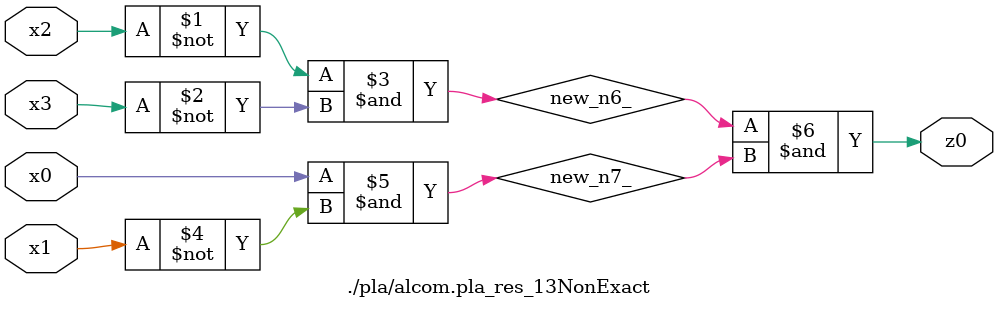
<source format=v>

module \./pla/alcom.pla_res_13NonExact  ( 
    x0, x1, x2, x3,
    z0  );
  input  x0, x1, x2, x3;
  output z0;
  wire new_n6_, new_n7_;
  assign new_n6_ = ~x2 & ~x3;
  assign new_n7_ = x0 & ~x1;
  assign z0 = new_n6_ & new_n7_;
endmodule



</source>
